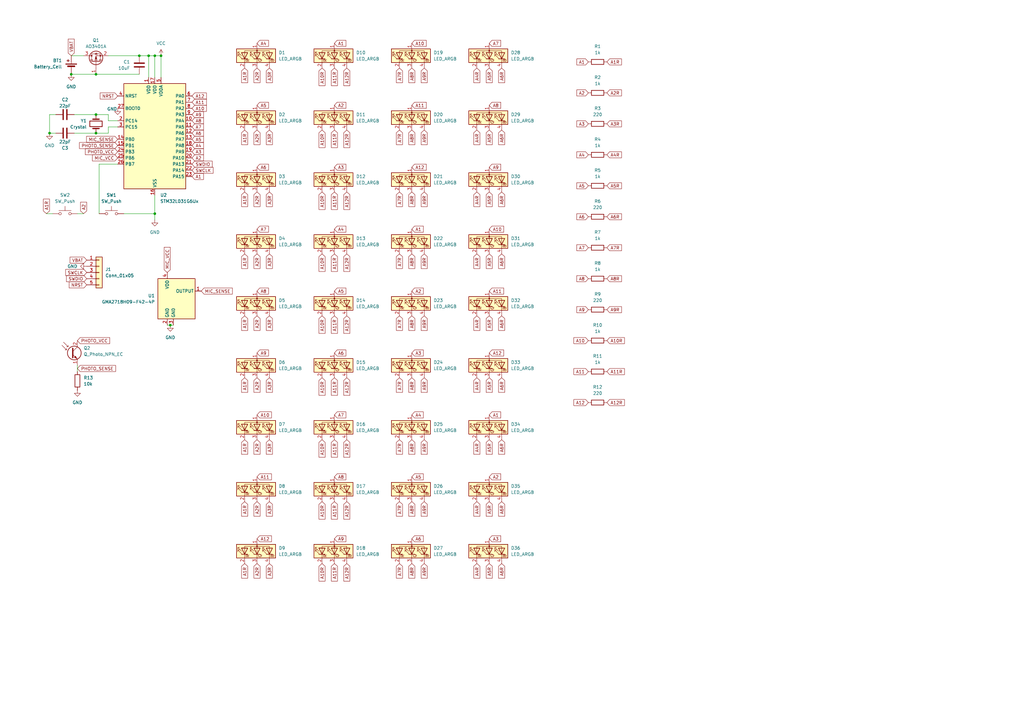
<source format=kicad_sch>
(kicad_sch (version 20250114) (generator "eeschema") (generator_version "9.0")
  (paper "A3")
  (junction (at 39.37 54.61))
  (junction (at 60.96 22.86))
  (junction (at 63.5 87.63))
  (junction (at 69.85 133.35))
  (junction (at 66.04 22.86))
  (junction (at 57.15 22.86))
  (junction (at 39.37 46.99))
  (junction (at 63.5 22.86))
  (junction (at 20.32 54.61))
  (junction (at 39.37 30.48))
  (junction (at 29.21 30.48))
  (wire (pts (xy 30.48 54.61) (xy 39.37 54.61)))
  (wire (pts (xy 44.45 22.86) (xy 57.15 22.86)))
  (wire (pts (xy 44.45 49.53) (xy 44.45 46.99)))
  (wire (pts (xy 66.04 31.75) (xy 66.04 22.86)))
  (wire (pts (xy 34.29 22.86) (xy 29.21 22.86)))
  (wire (pts (xy 48.26 49.53) (xy 44.45 49.53)))
  (wire (pts (xy 40.64 67.31) (xy 48.26 67.31)))
  (wire (pts (xy 63.5 87.63) (xy 63.5 90.17)))
  (wire (pts (xy 31.75 152.4) (xy 31.75 149.86)))
  (wire (pts (xy 44.45 52.07) (xy 44.45 54.61)))
  (wire (pts (xy 60.96 22.86) (xy 63.5 22.86)))
  (wire (pts (xy 44.45 46.99) (xy 39.37 46.99)))
  (wire (pts (xy 68.58 133.35) (xy 69.85 133.35)))
  (wire (pts (xy 34.29 87.63) (xy 31.75 87.63)))
  (wire (pts (xy 30.48 46.99) (xy 39.37 46.99)))
  (wire (pts (xy 63.5 31.75) (xy 63.5 22.86)))
  (wire (pts (xy 48.26 52.07) (xy 44.45 52.07)))
  (wire (pts (xy 50.8 87.63) (xy 63.5 87.63)))
  (wire (pts (xy 63.5 80.01) (xy 63.5 87.63)))
  (wire (pts (xy 44.45 54.61) (xy 39.37 54.61)))
  (wire (pts (xy 39.37 30.48) (xy 57.15 30.48)))
  (wire (pts (xy 40.64 67.31) (xy 40.64 87.63)))
  (wire (pts (xy 57.15 22.86) (xy 60.96 22.86)))
  (wire (pts (xy 60.96 22.86) (xy 60.96 31.75)))
  (wire (pts (xy 29.21 30.48) (xy 39.37 30.48)))
  (wire (pts (xy 69.85 133.35) (xy 71.12 133.35)))
  (wire (pts (xy 20.32 54.61) (xy 22.86 54.61)))
  (wire (pts (xy 20.32 46.99) (xy 20.32 54.61)))
  (wire (pts (xy 66.04 22.86) (xy 63.5 22.86)))
  (wire (pts (xy 22.86 46.99) (xy 20.32 46.99)))
  (wire (pts (xy 19.05 87.63) (xy 21.59 87.63)))
  (global_label "A6R" (shape input) (at 205.74 180.34 270) (property "Intersheetrefs" "${INTERSHEET_REFS}" (effects (hide yes))))
  (global_label "A12" (shape input) (at 241.3 165.1 180) (property "Intersheetrefs" "${INTERSHEET_REFS}" (effects (hide yes))))
  (global_label "A5R" (shape input) (at 200.66 27.94 270) (property "Intersheetrefs" "${INTERSHEET_REFS}" (effects (hide yes))))
  (global_label "A8R" (shape input) (at 168.91 104.14 270) (property "Intersheetrefs" "${INTERSHEET_REFS}" (effects (hide yes))))
  (global_label "A4R" (shape input) (at 195.58 180.34 270) (property "Intersheetrefs" "${INTERSHEET_REFS}" (effects (hide yes))))
  (global_label "A3R" (shape input) (at 110.49 154.94 270) (property "Intersheetrefs" "${INTERSHEET_REFS}" (effects (hide yes))))
  (global_label "A7" (shape input) (at 241.3 101.6 180) (property "Intersheetrefs" "${INTERSHEET_REFS}" (effects (hide yes))))
  (global_label "A2" (shape input) (at 34.29 87.63 90) (property "Intersheetrefs" "${INTERSHEET_REFS}" (effects (hide yes))))
  (global_label "A12R" (shape input) (at 142.24 104.14 270) (property "Intersheetrefs" "${INTERSHEET_REFS}" (effects (hide yes))))
  (global_label "A10" (shape input) (at 200.66 93.98 0) (property "Intersheetrefs" "${INTERSHEET_REFS}" (effects (hide yes))))
  (global_label "A2" (shape input) (at 137.16 43.18 0) (property "Intersheetrefs" "${INTERSHEET_REFS}" (effects (hide yes))))
  (global_label "A1R" (shape input) (at 100.33 180.34 270) (property "Intersheetrefs" "${INTERSHEET_REFS}" (effects (hide yes))))
  (global_label "A11R" (shape input) (at 137.16 231.14 270) (property "Intersheetrefs" "${INTERSHEET_REFS}" (effects (hide yes))))
  (global_label "A10" (shape input) (at 78.74 44.45 0) (property "Intersheetrefs" "${INTERSHEET_REFS}" (effects (hide yes))))
  (global_label "A2R" (shape input) (at 248.92 38.1 0) (property "Intersheetrefs" "${INTERSHEET_REFS}" (effects (hide yes))))
  (global_label "A8R" (shape input) (at 168.91 129.54 270) (property "Intersheetrefs" "${INTERSHEET_REFS}" (effects (hide yes))))
  (global_label "SWDIO" (shape input) (at 35.56 114.3 180) (property "Intersheetrefs" "${INTERSHEET_REFS}" (effects (hide yes))))
  (global_label "A7" (shape input) (at 200.66 17.78 0) (property "Intersheetrefs" "${INTERSHEET_REFS}" (effects (hide yes))))
  (global_label "A4" (shape input) (at 137.16 93.98 0) (property "Intersheetrefs" "${INTERSHEET_REFS}" (effects (hide yes))))
  (global_label "A2" (shape input) (at 241.3 38.1 180) (property "Intersheetrefs" "${INTERSHEET_REFS}" (effects (hide yes))))
  (global_label "A8R" (shape input) (at 168.91 205.74 270) (property "Intersheetrefs" "${INTERSHEET_REFS}" (effects (hide yes))))
  (global_label "A10" (shape input) (at 241.3 139.7 180) (property "Intersheetrefs" "${INTERSHEET_REFS}" (effects (hide yes))))
  (global_label "A11R" (shape input) (at 137.16 27.94 270) (property "Intersheetrefs" "${INTERSHEET_REFS}" (effects (hide yes))))
  (global_label "A12R" (shape input) (at 142.24 231.14 270) (property "Intersheetrefs" "${INTERSHEET_REFS}" (effects (hide yes))))
  (global_label "A9R" (shape input) (at 173.99 27.94 270) (property "Intersheetrefs" "${INTERSHEET_REFS}" (effects (hide yes))))
  (global_label "A11R" (shape input) (at 137.16 104.14 270) (property "Intersheetrefs" "${INTERSHEET_REFS}" (effects (hide yes))))
  (global_label "A10R" (shape input) (at 132.08 205.74 270) (property "Intersheetrefs" "${INTERSHEET_REFS}" (effects (hide yes))))
  (global_label "A10R" (shape input) (at 132.08 104.14 270) (property "Intersheetrefs" "${INTERSHEET_REFS}" (effects (hide yes))))
  (global_label "A7R" (shape input) (at 163.83 78.74 270) (property "Intersheetrefs" "${INTERSHEET_REFS}" (effects (hide yes))))
  (global_label "A7R" (shape input) (at 163.83 231.14 270) (property "Intersheetrefs" "${INTERSHEET_REFS}" (effects (hide yes))))
  (global_label "A1R" (shape input) (at 100.33 104.14 270) (property "Intersheetrefs" "${INTERSHEET_REFS}" (effects (hide yes))))
  (global_label "A5" (shape input) (at 168.91 195.58 0) (property "Intersheetrefs" "${INTERSHEET_REFS}" (effects (hide yes))))
  (global_label "A11R" (shape input) (at 137.16 53.34 270) (property "Intersheetrefs" "${INTERSHEET_REFS}" (effects (hide yes))))
  (global_label "A2R" (shape input) (at 105.41 53.34 270) (property "Intersheetrefs" "${INTERSHEET_REFS}" (effects (hide yes))))
  (global_label "A5R" (shape input) (at 200.66 78.74 270) (property "Intersheetrefs" "${INTERSHEET_REFS}" (effects (hide yes))))
  (global_label "A10R" (shape input) (at 132.08 27.94 270) (property "Intersheetrefs" "${INTERSHEET_REFS}" (effects (hide yes))))
  (global_label "A6R" (shape input) (at 205.74 231.14 270) (property "Intersheetrefs" "${INTERSHEET_REFS}" (effects (hide yes))))
  (global_label "A12R" (shape input) (at 248.92 165.1 0) (property "Intersheetrefs" "${INTERSHEET_REFS}" (effects (hide yes))))
  (global_label "A1" (shape input) (at 200.66 170.18 0) (property "Intersheetrefs" "${INTERSHEET_REFS}" (effects (hide yes))))
  (global_label "A6R" (shape input) (at 205.74 129.54 270) (property "Intersheetrefs" "${INTERSHEET_REFS}" (effects (hide yes))))
  (global_label "A9" (shape input) (at 105.41 144.78 0) (property "Intersheetrefs" "${INTERSHEET_REFS}" (effects (hide yes))))
  (global_label "A8R" (shape input) (at 168.91 78.74 270) (property "Intersheetrefs" "${INTERSHEET_REFS}" (effects (hide yes))))
  (global_label "PHOTO_SENSE" (shape input) (at 48.26 59.69 180) (property "Intersheetrefs" "${INTERSHEET_REFS}" (effects (hide yes))))
  (global_label "A9R" (shape input) (at 173.99 205.74 270) (property "Intersheetrefs" "${INTERSHEET_REFS}" (effects (hide yes))))
  (global_label "A6R" (shape input) (at 205.74 205.74 270) (property "Intersheetrefs" "${INTERSHEET_REFS}" (effects (hide yes))))
  (global_label "A12" (shape input) (at 105.41 220.98 0) (property "Intersheetrefs" "${INTERSHEET_REFS}" (effects (hide yes))))
  (global_label "A3R" (shape input) (at 110.49 78.74 270) (property "Intersheetrefs" "${INTERSHEET_REFS}" (effects (hide yes))))
  (global_label "A1R" (shape input) (at 100.33 154.94 270) (property "Intersheetrefs" "${INTERSHEET_REFS}" (effects (hide yes))))
  (global_label "A4R" (shape input) (at 195.58 154.94 270) (property "Intersheetrefs" "${INTERSHEET_REFS}" (effects (hide yes))))
  (global_label "A9R" (shape input) (at 173.99 154.94 270) (property "Intersheetrefs" "${INTERSHEET_REFS}" (effects (hide yes))))
  (global_label "A8" (shape input) (at 105.41 119.38 0) (property "Intersheetrefs" "${INTERSHEET_REFS}" (effects (hide yes))))
  (global_label "A2R" (shape input) (at 105.41 129.54 270) (property "Intersheetrefs" "${INTERSHEET_REFS}" (effects (hide yes))))
  (global_label "A12R" (shape input) (at 142.24 78.74 270) (property "Intersheetrefs" "${INTERSHEET_REFS}" (effects (hide yes))))
  (global_label "A3R" (shape input) (at 110.49 180.34 270) (property "Intersheetrefs" "${INTERSHEET_REFS}" (effects (hide yes))))
  (global_label "A4R" (shape input) (at 195.58 27.94 270) (property "Intersheetrefs" "${INTERSHEET_REFS}" (effects (hide yes))))
  (global_label "MIC_SENSE" (shape input) (at 48.26 57.15 180) (property "Intersheetrefs" "${INTERSHEET_REFS}" (effects (hide yes))))
  (global_label "A4" (shape input) (at 168.91 170.18 0) (property "Intersheetrefs" "${INTERSHEET_REFS}" (effects (hide yes))))
  (global_label "SWDIO" (shape input) (at 78.74 67.31 0) (property "Intersheetrefs" "${INTERSHEET_REFS}" (effects (hide yes))))
  (global_label "A1" (shape input) (at 168.91 93.98 0) (property "Intersheetrefs" "${INTERSHEET_REFS}" (effects (hide yes))))
  (global_label "A2R" (shape input) (at 105.41 180.34 270) (property "Intersheetrefs" "${INTERSHEET_REFS}" (effects (hide yes))))
  (global_label "A1R" (shape input) (at 100.33 129.54 270) (property "Intersheetrefs" "${INTERSHEET_REFS}" (effects (hide yes))))
  (global_label "A7R" (shape input) (at 163.83 53.34 270) (property "Intersheetrefs" "${INTERSHEET_REFS}" (effects (hide yes))))
  (global_label "A8R" (shape input) (at 168.91 53.34 270) (property "Intersheetrefs" "${INTERSHEET_REFS}" (effects (hide yes))))
  (global_label "A1" (shape input) (at 137.16 17.78 0) (property "Intersheetrefs" "${INTERSHEET_REFS}" (effects (hide yes))))
  (global_label "A1" (shape input) (at 241.3 25.4 180) (property "Intersheetrefs" "${INTERSHEET_REFS}" (effects (hide yes))))
  (global_label "A5R" (shape input) (at 200.66 129.54 270) (property "Intersheetrefs" "${INTERSHEET_REFS}" (effects (hide yes))))
  (global_label "A3R" (shape input) (at 248.92 50.8 0) (property "Intersheetrefs" "${INTERSHEET_REFS}" (effects (hide yes))))
  (global_label "A8" (shape input) (at 137.16 195.58 0) (property "Intersheetrefs" "${INTERSHEET_REFS}" (effects (hide yes))))
  (global_label "A5R" (shape input) (at 200.66 205.74 270) (property "Intersheetrefs" "${INTERSHEET_REFS}" (effects (hide yes))))
  (global_label "NRST" (shape input) (at 48.26 39.37 180) (property "Intersheetrefs" "${INTERSHEET_REFS}" (effects (hide yes))))
  (global_label "A11" (shape input) (at 200.66 119.38 0) (property "Intersheetrefs" "${INTERSHEET_REFS}" (effects (hide yes))))
  (global_label "A9R" (shape input) (at 173.99 231.14 270) (property "Intersheetrefs" "${INTERSHEET_REFS}" (effects (hide yes))))
  (global_label "A4R" (shape input) (at 195.58 129.54 270) (property "Intersheetrefs" "${INTERSHEET_REFS}" (effects (hide yes))))
  (global_label "A3R" (shape input) (at 110.49 53.34 270) (property "Intersheetrefs" "${INTERSHEET_REFS}" (effects (hide yes))))
  (global_label "A11" (shape input) (at 105.41 195.58 0) (property "Intersheetrefs" "${INTERSHEET_REFS}" (effects (hide yes))))
  (global_label "PHOTO_VCC" (shape input) (at 48.26 62.23 180) (property "Intersheetrefs" "${INTERSHEET_REFS}" (effects (hide yes))))
  (global_label "A3R" (shape input) (at 110.49 129.54 270) (property "Intersheetrefs" "${INTERSHEET_REFS}" (effects (hide yes))))
  (global_label "A1R" (shape input) (at 100.33 78.74 270) (property "Intersheetrefs" "${INTERSHEET_REFS}" (effects (hide yes))))
  (global_label "A3" (shape input) (at 137.16 68.58 0) (property "Intersheetrefs" "${INTERSHEET_REFS}" (effects (hide yes))))
  (global_label "A7" (shape input) (at 105.41 93.98 0) (property "Intersheetrefs" "${INTERSHEET_REFS}" (effects (hide yes))))
  (global_label "A1R" (shape input) (at 248.92 25.4 0) (property "Intersheetrefs" "${INTERSHEET_REFS}" (effects (hide yes))))
  (global_label "A5R" (shape input) (at 200.66 53.34 270) (property "Intersheetrefs" "${INTERSHEET_REFS}" (effects (hide yes))))
  (global_label "A3R" (shape input) (at 110.49 27.94 270) (property "Intersheetrefs" "${INTERSHEET_REFS}" (effects (hide yes))))
  (global_label "A7R" (shape input) (at 163.83 129.54 270) (property "Intersheetrefs" "${INTERSHEET_REFS}" (effects (hide yes))))
  (global_label "A4" (shape input) (at 78.74 59.69 0) (property "Intersheetrefs" "${INTERSHEET_REFS}" (effects (hide yes))))
  (global_label "A8R" (shape input) (at 248.92 114.3 0) (property "Intersheetrefs" "${INTERSHEET_REFS}" (effects (hide yes))))
  (global_label "A6R" (shape input) (at 205.74 53.34 270) (property "Intersheetrefs" "${INTERSHEET_REFS}" (effects (hide yes))))
  (global_label "A4R" (shape input) (at 195.58 205.74 270) (property "Intersheetrefs" "${INTERSHEET_REFS}" (effects (hide yes))))
  (global_label "A2" (shape input) (at 78.74 64.77 0) (property "Intersheetrefs" "${INTERSHEET_REFS}" (effects (hide yes))))
  (global_label "A9R" (shape input) (at 173.99 180.34 270) (property "Intersheetrefs" "${INTERSHEET_REFS}" (effects (hide yes))))
  (global_label "A10R" (shape input) (at 132.08 129.54 270) (property "Intersheetrefs" "${INTERSHEET_REFS}" (effects (hide yes))))
  (global_label "A2R" (shape input) (at 105.41 231.14 270) (property "Intersheetrefs" "${INTERSHEET_REFS}" (effects (hide yes))))
  (global_label "A2R" (shape input) (at 105.41 154.94 270) (property "Intersheetrefs" "${INTERSHEET_REFS}" (effects (hide yes))))
  (global_label "A4" (shape input) (at 105.41 17.78 0) (property "Intersheetrefs" "${INTERSHEET_REFS}" (effects (hide yes))))
  (global_label "A11" (shape input) (at 241.3 152.4 180) (property "Intersheetrefs" "${INTERSHEET_REFS}" (effects (hide yes))))
  (global_label "A5" (shape input) (at 78.74 57.15 0) (property "Intersheetrefs" "${INTERSHEET_REFS}" (effects (hide yes))))
  (global_label "A10R" (shape input) (at 132.08 53.34 270) (property "Intersheetrefs" "${INTERSHEET_REFS}" (effects (hide yes))))
  (global_label "A9" (shape input) (at 241.3 127 180) (property "Intersheetrefs" "${INTERSHEET_REFS}" (effects (hide yes))))
  (global_label "A4R" (shape input) (at 195.58 78.74 270) (property "Intersheetrefs" "${INTERSHEET_REFS}" (effects (hide yes))))
  (global_label "A12R" (shape input) (at 142.24 205.74 270) (property "Intersheetrefs" "${INTERSHEET_REFS}" (effects (hide yes))))
  (global_label "A5" (shape input) (at 241.3 76.2 180) (property "Intersheetrefs" "${INTERSHEET_REFS}" (effects (hide yes))))
  (global_label "A10R" (shape input) (at 132.08 78.74 270) (property "Intersheetrefs" "${INTERSHEET_REFS}" (effects (hide yes))))
  (global_label "A11" (shape input) (at 168.91 43.18 0) (property "Intersheetrefs" "${INTERSHEET_REFS}" (effects (hide yes))))
  (global_label "A3" (shape input) (at 78.74 62.23 0) (property "Intersheetrefs" "${INTERSHEET_REFS}" (effects (hide yes))))
  (global_label "A6" (shape input) (at 105.41 68.58 0) (property "Intersheetrefs" "${INTERSHEET_REFS}" (effects (hide yes))))
  (global_label "A1R" (shape input) (at 100.33 205.74 270) (property "Intersheetrefs" "${INTERSHEET_REFS}" (effects (hide yes))))
  (global_label "A9R" (shape input) (at 173.99 53.34 270) (property "Intersheetrefs" "${INTERSHEET_REFS}" (effects (hide yes))))
  (global_label "A6" (shape input) (at 168.91 220.98 0) (property "Intersheetrefs" "${INTERSHEET_REFS}" (effects (hide yes))))
  (global_label "A6R" (shape input) (at 248.92 88.9 0) (property "Intersheetrefs" "${INTERSHEET_REFS}" (effects (hide yes))))
  (global_label "A12" (shape input) (at 168.91 68.58 0) (property "Intersheetrefs" "${INTERSHEET_REFS}" (effects (hide yes))))
  (global_label "MIC_SENSE" (shape input) (at 82.55 119.38 0) (property "Intersheetrefs" "${INTERSHEET_REFS}" (effects (hide yes))))
  (global_label "A5" (shape input) (at 137.16 119.38 0) (property "Intersheetrefs" "${INTERSHEET_REFS}" (effects (hide yes))))
  (global_label "A11R" (shape input) (at 137.16 205.74 270) (property "Intersheetrefs" "${INTERSHEET_REFS}" (effects (hide yes))))
  (global_label "A9" (shape input) (at 200.66 68.58 0) (property "Intersheetrefs" "${INTERSHEET_REFS}" (effects (hide yes))))
  (global_label "A4R" (shape input) (at 248.92 63.5 0) (property "Intersheetrefs" "${INTERSHEET_REFS}" (effects (hide yes))))
  (global_label "A12R" (shape input) (at 142.24 129.54 270) (property "Intersheetrefs" "${INTERSHEET_REFS}" (effects (hide yes))))
  (global_label "NRST" (shape input) (at 35.56 116.84 180) (property "Intersheetrefs" "${INTERSHEET_REFS}" (effects (hide yes))))
  (global_label "A12R" (shape input) (at 142.24 180.34 270) (property "Intersheetrefs" "${INTERSHEET_REFS}" (effects (hide yes))))
  (global_label "A11R" (shape input) (at 137.16 154.94 270) (property "Intersheetrefs" "${INTERSHEET_REFS}" (effects (hide yes))))
  (global_label "PHOTO_SENSE" (shape input) (at 31.75 151.13 0) (property "Intersheetrefs" "${INTERSHEET_REFS}" (effects (hide yes))))
  (global_label "A2" (shape input) (at 168.91 119.38 0) (property "Intersheetrefs" "${INTERSHEET_REFS}" (effects (hide yes))))
  (global_label "SWCLK" (shape input) (at 35.56 111.76 180) (property "Intersheetrefs" "${INTERSHEET_REFS}" (effects (hide yes))))
  (global_label "A10R" (shape input) (at 132.08 154.94 270) (property "Intersheetrefs" "${INTERSHEET_REFS}" (effects (hide yes))))
  (global_label "A7R" (shape input) (at 163.83 154.94 270) (property "Intersheetrefs" "${INTERSHEET_REFS}" (effects (hide yes))))
  (global_label "A9R" (shape input) (at 173.99 129.54 270) (property "Intersheetrefs" "${INTERSHEET_REFS}" (effects (hide yes))))
  (global_label "A9R" (shape input) (at 248.92 127 0) (property "Intersheetrefs" "${INTERSHEET_REFS}" (effects (hide yes))))
  (global_label "A11" (shape input) (at 78.74 41.91 0) (property "Intersheetrefs" "${INTERSHEET_REFS}" (effects (hide yes))))
  (global_label "A12" (shape input) (at 78.74 39.37 0) (property "Intersheetrefs" "${INTERSHEET_REFS}" (effects (hide yes))))
  (global_label "A10R" (shape input) (at 132.08 180.34 270) (property "Intersheetrefs" "${INTERSHEET_REFS}" (effects (hide yes))))
  (global_label "A8" (shape input) (at 241.3 114.3 180) (property "Intersheetrefs" "${INTERSHEET_REFS}" (effects (hide yes))))
  (global_label "A7" (shape input) (at 137.16 170.18 0) (property "Intersheetrefs" "${INTERSHEET_REFS}" (effects (hide yes))))
  (global_label "A5R" (shape input) (at 200.66 180.34 270) (property "Intersheetrefs" "${INTERSHEET_REFS}" (effects (hide yes))))
  (global_label "A3R" (shape input) (at 110.49 205.74 270) (property "Intersheetrefs" "${INTERSHEET_REFS}" (effects (hide yes))))
  (global_label "A9" (shape input) (at 137.16 220.98 0) (property "Intersheetrefs" "${INTERSHEET_REFS}" (effects (hide yes))))
  (global_label "A5R" (shape input) (at 200.66 104.14 270) (property "Intersheetrefs" "${INTERSHEET_REFS}" (effects (hide yes))))
  (global_label "A6R" (shape input) (at 205.74 154.94 270) (property "Intersheetrefs" "${INTERSHEET_REFS}" (effects (hide yes))))
  (global_label "A2" (shape input) (at 200.66 195.58 0) (property "Intersheetrefs" "${INTERSHEET_REFS}" (effects (hide yes))))
  (global_label "A11R" (shape input) (at 248.92 152.4 0) (property "Intersheetrefs" "${INTERSHEET_REFS}" (effects (hide yes))))
  (global_label "SWCLK" (shape input) (at 78.74 69.85 0) (property "Intersheetrefs" "${INTERSHEET_REFS}" (effects (hide yes))))
  (global_label "A4R" (shape input) (at 195.58 53.34 270) (property "Intersheetrefs" "${INTERSHEET_REFS}" (effects (hide yes))))
  (global_label "MIC_VCC" (shape input) (at 48.26 64.77 180) (property "Intersheetrefs" "${INTERSHEET_REFS}" (effects (hide yes))))
  (global_label "A7R" (shape input) (at 248.92 101.6 0) (property "Intersheetrefs" "${INTERSHEET_REFS}" (effects (hide yes))))
  (global_label "A9R" (shape input) (at 173.99 104.14 270) (property "Intersheetrefs" "${INTERSHEET_REFS}" (effects (hide yes))))
  (global_label "A2R" (shape input) (at 105.41 205.74 270) (property "Intersheetrefs" "${INTERSHEET_REFS}" (effects (hide yes))))
  (global_label "A8" (shape input) (at 78.74 49.53 0) (property "Intersheetrefs" "${INTERSHEET_REFS}" (effects (hide yes))))
  (global_label "A4" (shape input) (at 241.3 63.5 180) (property "Intersheetrefs" "${INTERSHEET_REFS}" (effects (hide yes))))
  (global_label "A4R" (shape input) (at 195.58 231.14 270) (property "Intersheetrefs" "${INTERSHEET_REFS}" (effects (hide yes))))
  (global_label "A8R" (shape input) (at 168.91 180.34 270) (property "Intersheetrefs" "${INTERSHEET_REFS}" (effects (hide yes))))
  (global_label "VBAT" (shape input) (at 29.21 22.86 90) (property "Intersheetrefs" "${INTERSHEET_REFS}" (effects (hide yes))))
  (global_label "A2R" (shape input) (at 105.41 78.74 270) (property "Intersheetrefs" "${INTERSHEET_REFS}" (effects (hide yes))))
  (global_label "A12R" (shape input) (at 142.24 53.34 270) (property "Intersheetrefs" "${INTERSHEET_REFS}" (effects (hide yes))))
  (global_label "A1R" (shape input) (at 100.33 231.14 270) (property "Intersheetrefs" "${INTERSHEET_REFS}" (effects (hide yes))))
  (global_label "A2R" (shape input) (at 105.41 104.14 270) (property "Intersheetrefs" "${INTERSHEET_REFS}" (effects (hide yes))))
  (global_label "A3" (shape input) (at 200.66 220.98 0) (property "Intersheetrefs" "${INTERSHEET_REFS}" (effects (hide yes))))
  (global_label "A6R" (shape input) (at 205.74 104.14 270) (property "Intersheetrefs" "${INTERSHEET_REFS}" (effects (hide yes))))
  (global_label "A10R" (shape input) (at 248.92 139.7 0) (property "Intersheetrefs" "${INTERSHEET_REFS}" (effects (hide yes))))
  (global_label "A3R" (shape input) (at 110.49 231.14 270) (property "Intersheetrefs" "${INTERSHEET_REFS}" (effects (hide yes))))
  (global_label "A2R" (shape input) (at 105.41 27.94 270) (property "Intersheetrefs" "${INTERSHEET_REFS}" (effects (hide yes))))
  (global_label "A12R" (shape input) (at 142.24 154.94 270) (property "Intersheetrefs" "${INTERSHEET_REFS}" (effects (hide yes))))
  (global_label "A6R" (shape input) (at 205.74 27.94 270) (property "Intersheetrefs" "${INTERSHEET_REFS}" (effects (hide yes))))
  (global_label "A8" (shape input) (at 200.66 43.18 0) (property "Intersheetrefs" "${INTERSHEET_REFS}" (effects (hide yes))))
  (global_label "A7" (shape input) (at 78.74 52.07 0) (property "Intersheetrefs" "${INTERSHEET_REFS}" (effects (hide yes))))
  (global_label "A8R" (shape input) (at 168.91 231.14 270) (property "Intersheetrefs" "${INTERSHEET_REFS}" (effects (hide yes))))
  (global_label "A1R" (shape input) (at 19.05 87.63 90) (property "Intersheetrefs" "${INTERSHEET_REFS}" (effects (hide yes))))
  (global_label "A12R" (shape input) (at 142.24 27.94 270) (property "Intersheetrefs" "${INTERSHEET_REFS}" (effects (hide yes))))
  (global_label "A11R" (shape input) (at 137.16 129.54 270) (property "Intersheetrefs" "${INTERSHEET_REFS}" (effects (hide yes))))
  (global_label "A8R" (shape input) (at 168.91 27.94 270) (property "Intersheetrefs" "${INTERSHEET_REFS}" (effects (hide yes))))
  (global_label "MIC_VCC" (shape input) (at 68.58 111.76 90) (property "Intersheetrefs" "${INTERSHEET_REFS}" (effects (hide yes))))
  (global_label "A9" (shape input) (at 78.74 46.99 0) (property "Intersheetrefs" "${INTERSHEET_REFS}" (effects (hide yes))))
  (global_label "A6" (shape input) (at 78.74 54.61 0) (property "Intersheetrefs" "${INTERSHEET_REFS}" (effects (hide yes))))
  (global_label "A5R" (shape input) (at 248.92 76.2 0) (property "Intersheetrefs" "${INTERSHEET_REFS}" (effects (hide yes))))
  (global_label "A7R" (shape input) (at 163.83 104.14 270) (property "Intersheetrefs" "${INTERSHEET_REFS}" (effects (hide yes))))
  (global_label "A1R" (shape input) (at 100.33 53.34 270) (property "Intersheetrefs" "${INTERSHEET_REFS}" (effects (hide yes))))
  (global_label "A3" (shape input) (at 168.91 144.78 0) (property "Intersheetrefs" "${INTERSHEET_REFS}" (effects (hide yes))))
  (global_label "A8R" (shape input) (at 168.91 154.94 270) (property "Intersheetrefs" "${INTERSHEET_REFS}" (effects (hide yes))))
  (global_label "A10" (shape input) (at 105.41 170.18 0) (property "Intersheetrefs" "${INTERSHEET_REFS}" (effects (hide yes))))
  (global_label "VBAT" (shape input) (at 35.56 106.68 180) (property "Intersheetrefs" "${INTERSHEET_REFS}" (effects (hide yes))))
  (global_label "A1" (shape input) (at 78.74 72.39 0) (property "Intersheetrefs" "${INTERSHEET_REFS}" (effects (hide yes))))
  (global_label "A5R" (shape input) (at 200.66 154.94 270) (property "Intersheetrefs" "${INTERSHEET_REFS}" (effects (hide yes))))
  (global_label "A7R" (shape input) (at 163.83 180.34 270) (property "Intersheetrefs" "${INTERSHEET_REFS}" (effects (hide yes))))
  (global_label "PHOTO_VCC" (shape input) (at 31.75 139.7 0) (property "Intersheetrefs" "${INTERSHEET_REFS}" (effects (hide yes))))
  (global_label "A9R" (shape input) (at 173.99 78.74 270) (property "Intersheetrefs" "${INTERSHEET_REFS}" (effects (hide yes))))
  (global_label "A3R" (shape input) (at 110.49 104.14 270) (property "Intersheetrefs" "${INTERSHEET_REFS}" (effects (hide yes))))
  (global_label "A6" (shape input) (at 241.3 88.9 180) (property "Intersheetrefs" "${INTERSHEET_REFS}" (effects (hide yes))))
  (global_label "A11R" (shape input) (at 137.16 180.34 270) (property "Intersheetrefs" "${INTERSHEET_REFS}" (effects (hide yes))))
  (global_label "A1R" (shape input) (at 100.33 27.94 270) (property "Intersheetrefs" "${INTERSHEET_REFS}" (effects (hide yes))))
  (global_label "A11R" (shape input) (at 137.16 78.74 270) (property "Intersheetrefs" "${INTERSHEET_REFS}" (effects (hide yes))))
  (global_label "A12" (shape input) (at 200.66 144.78 0) (property "Intersheetrefs" "${INTERSHEET_REFS}" (effects (hide yes))))
  (global_label "A5" (shape input) (at 105.41 43.18 0) (property "Intersheetrefs" "${INTERSHEET_REFS}" (effects (hide yes))))
  (global_label "A3" (shape input) (at 241.3 50.8 180) (property "Intersheetrefs" "${INTERSHEET_REFS}" (effects (hide yes))))
  (global_label "A10R" (shape input) (at 132.08 231.14 270) (property "Intersheetrefs" "${INTERSHEET_REFS}" (effects (hide yes))))
  (global_label "A7R" (shape input) (at 163.83 27.94 270) (property "Intersheetrefs" "${INTERSHEET_REFS}" (effects (hide yes))))
  (global_label "A7R" (shape input) (at 163.83 205.74 270) (property "Intersheetrefs" "${INTERSHEET_REFS}" (effects (hide yes))))
  (global_label "A6" (shape input) (at 137.16 144.78 0) (property "Intersheetrefs" "${INTERSHEET_REFS}" (effects (hide yes))))
  (global_label "A10" (shape input) (at 168.91 17.78 0) (property "Intersheetrefs" "${INTERSHEET_REFS}" (effects (hide yes))))
  (global_label "A5R" (shape input) (at 200.66 231.14 270) (property "Intersheetrefs" "${INTERSHEET_REFS}" (effects (hide yes))))
  (global_label "A6R" (shape input) (at 205.74 78.74 270) (property "Intersheetrefs" "${INTERSHEET_REFS}" (effects (hide yes))))
  (global_label "A4R" (shape input) (at 195.58 104.14 270) (property "Intersheetrefs" "${INTERSHEET_REFS}" (effects (hide yes))))
  (symbol (lib_id "Device:LED_ARGB") (at 137.16 99.06 90) (unit 1)
    (property "Reference" "D13" (at 146.05 97.7899 90) (effects (justify right)))
    (property "Value" "LED_ARGB" (at 146.05 100.3299 90) (effects (justify right)))
    (property "Footprint" "Custom:NH-Z1415RGBA-SG" (effects (hide yes)))
    (property "Description" "RGB LED, anode/red/green/blue" (effects (hide yes)))
    (property "LCSC" "C2874117" (effects (hide yes)))
  )
  (symbol (lib_id "Device:LED_ARGB") (at 200.66 73.66 90) (unit 1)
    (property "Reference" "D30" (at 209.55 72.3899 90) (effects (justify right)))
    (property "Value" "LED_ARGB" (at 209.55 74.9299 90) (effects (justify right)))
    (property "Footprint" "Custom:NH-Z1415RGBA-SG" (effects (hide yes)))
    (property "Description" "RGB LED, anode/red/green/blue" (effects (hide yes)))
    (property "LCSC" "C2874117" (effects (hide yes)))
  )
  (symbol (lib_id "Device:LED_ARGB") (at 168.91 149.86 90) (unit 1)
    (property "Reference" "D24" (at 177.8 148.5899 90) (effects (justify right)))
    (property "Value" "LED_ARGB" (at 177.8 151.1299 90) (effects (justify right)))
    (property "Footprint" "Custom:NH-Z1415RGBA-SG" (effects (hide yes)))
    (property "Description" "RGB LED, anode/red/green/blue" (effects (hide yes)))
    (property "LCSC" "C2874117" (effects (hide yes)))
  )
  (symbol (lib_id "Device:LED_ARGB") (at 200.66 99.06 90) (unit 1)
    (property "Reference" "D31" (at 209.55 97.7899 90) (effects (justify right)))
    (property "Value" "LED_ARGB" (at 209.55 100.3299 90) (effects (justify right)))
    (property "Footprint" "Custom:NH-Z1415RGBA-SG" (effects (hide yes)))
    (property "Description" "RGB LED, anode/red/green/blue" (effects (hide yes)))
    (property "LCSC" "C2874117" (effects (hide yes)))
  )
  (symbol (lib_id "Device:LED_ARGB") (at 137.16 226.06 90) (unit 1)
    (property "Reference" "D18" (at 146.05 224.7899 90) (effects (justify right)))
    (property "Value" "LED_ARGB" (at 146.05 227.3299 90) (effects (justify right)))
    (property "Footprint" "Custom:NH-Z1415RGBA-SG" (effects (hide yes)))
    (property "Description" "RGB LED, anode/red/green/blue" (effects (hide yes)))
    (property "LCSC" "C2874117" (effects (hide yes)))
  )
  (symbol (lib_id "Device:LED_ARGB") (at 105.41 149.86 90) (unit 1)
    (property "Reference" "D6" (at 114.3 148.5899 90) (effects (justify right)))
    (property "Value" "LED_ARGB" (at 114.3 151.1299 90) (effects (justify right)))
    (property "Footprint" "Custom:NH-Z1415RGBA-SG" (effects (hide yes)))
    (property "Description" "RGB LED, anode/red/green/blue" (effects (hide yes)))
    (property "LCSC" "C2874117" (effects (hide yes)))
  )
  (symbol (lib_id "Device:LED_ARGB") (at 200.66 175.26 90) (unit 1)
    (property "Reference" "D34" (at 209.55 173.9899 90) (effects (justify right)))
    (property "Value" "LED_ARGB" (at 209.55 176.5299 90) (effects (justify right)))
    (property "Footprint" "Custom:NH-Z1415RGBA-SG" (effects (hide yes)))
    (property "Description" "RGB LED, anode/red/green/blue" (effects (hide yes)))
    (property "LCSC" "C2874117" (effects (hide yes)))
  )
  (symbol (lib_id "Device:R") (at 245.11 165.1 90) (unit 1)
    (property "Reference" "R12" (at 245.11 158.75 90))
    (property "Value" "220" (at 245.11 161.29 90))
    (property "Footprint" "Resistor_SMD:R_0402_1005Metric" (effects (hide yes)))
    (property "Description" "Resistor" (effects (hide yes)))
    (property "LCSC" "C25091" (effects (hide yes)))
  )
  (symbol (lib_id "power:GND") (at 20.32 54.61 0) (unit 1)
    (property "Reference" "#PWR02" (effects (hide yes)))
    (property "Value" "GND" (at 20.32 59.69 0))
    (property "Description" "Power symbol creates a global label with name \"GND\" , ground" (effects (hide yes)))
  )
  (symbol (lib_id "Device:LED_ARGB") (at 168.91 22.86 90) (unit 1)
    (property "Reference" "D19" (at 177.8 21.5899 90) (effects (justify right)))
    (property "Value" "LED_ARGB" (at 177.8 24.1299 90) (effects (justify right)))
    (property "Footprint" "Custom:NH-Z1415RGBA-SG" (effects (hide yes)))
    (property "Description" "RGB LED, anode/red/green/blue" (effects (hide yes)))
    (property "LCSC" "C2874117" (effects (hide yes)))
  )
  (symbol (lib_id "Device:C") (at 26.67 46.99 90) (unit 1)
    (property "Reference" "C2" (at 26.67 40.894 90))
    (property "Value" "22pF" (at 26.67 43.434 90))
    (property "Footprint" "Capacitor_SMD:C_0402_1005Metric" (effects (hide yes)))
    (property "Description" "Unpolarized capacitor" (effects (hide yes)))
    (property "LCSC" "C1555" (effects (hide yes)))
  )
  (symbol (lib_id "Device:R") (at 245.11 38.1 90) (unit 1)
    (property "Reference" "R2" (at 245.11 31.75 90))
    (property "Value" "1k" (at 245.11 34.29 90))
    (property "Footprint" "Resistor_SMD:R_0402_1005Metric" (effects (hide yes)))
    (property "Description" "Resistor" (effects (hide yes)))
    (property "LCSC" "C11702" (effects (hide yes)))
  )
  (symbol (lib_id "Device:R") (at 245.11 76.2 90) (unit 1)
    (property "Reference" "R5" (at 245.11 69.85 90))
    (property "Value" "1k" (at 245.11 72.39 90))
    (property "Footprint" "Resistor_SMD:R_0402_1005Metric" (effects (hide yes)))
    (property "Description" "Resistor" (effects (hide yes)))
    (property "LCSC" "C11702" (effects (hide yes)))
  )
  (symbol (lib_id "Switch:SW_Push") (at 26.67 87.63 0) (unit 1)
    (property "Reference" "SW2" (at 26.67 80.01 0))
    (property "Value" "SW_Push" (at 26.67 82.55 0))
    (property "Footprint" "Custom:KXT311LHS" (effects (hide yes)))
    (property "Description" "Push button switch, generic, two pins" (effects (hide yes)))
  )
  (symbol (lib_id "Device:R") (at 245.11 50.8 90) (unit 1)
    (property "Reference" "R3" (at 245.11 44.45 90))
    (property "Value" "220" (at 245.11 46.99 90))
    (property "Footprint" "Resistor_SMD:R_0402_1005Metric" (effects (hide yes)))
    (property "Description" "Resistor" (effects (hide yes)))
    (property "LCSC" "C25091" (effects (hide yes)))
  )
  (symbol (lib_id "Device:R") (at 245.11 152.4 90) (unit 1)
    (property "Reference" "R11" (at 245.11 146.05 90))
    (property "Value" "1k" (at 245.11 148.59 90))
    (property "Footprint" "Resistor_SMD:R_0402_1005Metric" (effects (hide yes)))
    (property "Description" "Resistor" (effects (hide yes)))
    (property "LCSC" "C11702" (effects (hide yes)))
  )
  (symbol (lib_id "Device:R") (at 245.11 88.9 90) (unit 1)
    (property "Reference" "R6" (at 245.11 82.55 90))
    (property "Value" "220" (at 245.11 85.09 90))
    (property "Footprint" "Resistor_SMD:R_0402_1005Metric" (effects (hide yes)))
    (property "Description" "Resistor" (effects (hide yes)))
    (property "LCSC" "C25091" (effects (hide yes)))
  )
  (symbol (lib_id "Transistor_FET:AO3401A") (at 39.37 25.4 90) (unit 1)
    (property "Reference" "Q1" (at 39.37 16.51 90))
    (property "Value" "AO3401A" (at 39.37 19.05 90))
    (property "Footprint" "Package_TO_SOT_SMD:SOT-23" (effects (hide yes)))
    (property "Datasheet" "http://www.aosmd.com/pdfs/datasheet/AO3401A.pdf" (effects (hide yes)))
    (property "Description" "-4.0A Id, -30V Vds, P-Channel MOSFET, SOT-23" (effects (hide yes)))
    (property "LCSC" "C15127" (effects (hide yes)))
  )
  (symbol (lib_id "Device:LED_ARGB") (at 105.41 73.66 90) (unit 1)
    (property "Reference" "D3" (at 114.3 72.3899 90) (effects (justify right)))
    (property "Value" "LED_ARGB" (at 114.3 74.9299 90) (effects (justify right)))
    (property "Footprint" "Custom:NH-Z1415RGBA-SG" (effects (hide yes)))
    (property "Description" "RGB LED, anode/red/green/blue" (effects (hide yes)))
    (property "LCSC" "C2874117" (effects (hide yes)))
  )
  (symbol (lib_id "Device:C") (at 26.67 54.61 90) (mirror x) (unit 1)
    (property "Reference" "C3" (at 26.67 60.706 90))
    (property "Value" "22pF" (at 26.67 58.166 90))
    (property "Footprint" "Capacitor_SMD:C_0402_1005Metric" (effects (hide yes)))
    (property "Description" "Unpolarized capacitor" (effects (hide yes)))
    (property "LCSC" "C1555" (effects (hide yes)))
  )
  (symbol (lib_id "power:GND") (at 29.21 30.48 0) (unit 1)
    (property "Reference" "#PWR09" (effects (hide yes)))
    (property "Value" "GND" (at 29.21 35.56 0))
    (property "Description" "Power symbol creates a global label with name \"GND\" , ground" (effects (hide yes)))
  )
  (symbol (lib_id "Device:LED_ARGB") (at 168.91 124.46 90) (unit 1)
    (property "Reference" "D23" (at 177.8 123.1899 90) (effects (justify right)))
    (property "Value" "LED_ARGB" (at 177.8 125.7299 90) (effects (justify right)))
    (property "Footprint" "Custom:NH-Z1415RGBA-SG" (effects (hide yes)))
    (property "Description" "RGB LED, anode/red/green/blue" (effects (hide yes)))
    (property "LCSC" "C2874117" (effects (hide yes)))
  )
  (symbol (lib_id "Device:LED_ARGB") (at 137.16 175.26 90) (unit 1)
    (property "Reference" "D16" (at 146.05 173.9899 90) (effects (justify right)))
    (property "Value" "LED_ARGB" (at 146.05 176.5299 90) (effects (justify right)))
    (property "Footprint" "Custom:NH-Z1415RGBA-SG" (effects (hide yes)))
    (property "Description" "RGB LED, anode/red/green/blue" (effects (hide yes)))
    (property "LCSC" "C2874117" (effects (hide yes)))
  )
  (symbol (lib_id "power:GND") (at 63.5 90.17 0) (unit 1)
    (property "Reference" "#PWR05" (effects (hide yes)))
    (property "Value" "GND" (at 63.5 95.25 0))
    (property "Description" "Power symbol creates a global label with name \"GND\" , ground" (effects (hide yes)))
  )
  (symbol (lib_id "power:GND") (at 35.56 109.22 270) (unit 1)
    (property "Reference" "#PWR03" (effects (hide yes)))
    (property "Value" "GND" (at 31.75 109.2199 90) (effects (justify right)))
    (property "Description" "Power symbol creates a global label with name \"GND\" , ground" (effects (hide yes)))
  )
  (symbol (lib_id "power:VCC") (at 66.04 22.86 0) (unit 1)
    (property "Reference" "#PWR08" (effects (hide yes)))
    (property "Value" "VCC" (at 66.04 17.78 0))
    (property "Description" "Power symbol creates a global label with name \"VCC\"" (effects (hide yes)))
  )
  (symbol (lib_id "power:GND") (at 48.26 44.45 0) (unit 1)
    (property "Reference" "#PWR04" (effects (hide yes)))
    (property "Value" "GND" (at 45.974 44.704 0))
    (property "Description" "Power symbol creates a global label with name \"GND\" , ground" (effects (hide yes)))
  )
  (symbol (lib_id "Device:LED_ARGB") (at 105.41 48.26 90) (unit 1)
    (property "Reference" "D2" (at 114.3 46.9899 90) (effects (justify right)))
    (property "Value" "LED_ARGB" (at 114.3 49.5299 90) (effects (justify right)))
    (property "Footprint" "Custom:NH-Z1415RGBA-SG" (effects (hide yes)))
    (property "Description" "RGB LED, anode/red/green/blue" (effects (hide yes)))
    (property "LCSC" "C2874117" (effects (hide yes)))
  )
  (symbol (lib_id "Device:Battery_Cell") (at 29.21 27.94 0) (mirror y) (unit 1)
    (property "Reference" "BT1" (at 25.4 24.8284 0) (effects (justify left)))
    (property "Value" "Battery_Cell" (at 25.4 27.3684 0) (effects (justify left)))
    (property "Footprint" "Custom:MY-1220-03" (effects (hide yes)))
    (property "Description" "Single-cell battery" (effects (hide yes)))
    (property "LCSC" "C964818" (effects (hide yes)))
  )
  (symbol (lib_id "Device:LED_ARGB") (at 137.16 149.86 90) (unit 1)
    (property "Reference" "D15" (at 146.05 148.5899 90) (effects (justify right)))
    (property "Value" "LED_ARGB" (at 146.05 151.1299 90) (effects (justify right)))
    (property "Footprint" "Custom:NH-Z1415RGBA-SG" (effects (hide yes)))
    (property "Description" "RGB LED, anode/red/green/blue" (effects (hide yes)))
    (property "LCSC" "C2874117" (effects (hide yes)))
  )
  (symbol (lib_id "Device:LED_ARGB") (at 168.91 99.06 90) (unit 1)
    (property "Reference" "D22" (at 177.8 97.7899 90) (effects (justify right)))
    (property "Value" "LED_ARGB" (at 177.8 100.3299 90) (effects (justify right)))
    (property "Footprint" "Custom:NH-Z1415RGBA-SG" (effects (hide yes)))
    (property "Description" "RGB LED, anode/red/green/blue" (effects (hide yes)))
    (property "LCSC" "C2874117" (effects (hide yes)))
  )
  (symbol (lib_id "Device:Crystal") (at 39.37 50.8 90) (unit 1)
    (property "Reference" "Y1" (at 35.56 49.5299 90) (effects (justify left)))
    (property "Value" "Crystal" (at 35.56 52.0699 90) (effects (justify left)))
    (property "Footprint" "Crystal:Crystal_SMD_3215-2Pin_3.2x1.5mm" (effects (hide yes)))
    (property "Description" "Two pin crystal" (effects (hide yes)))
    (property "LCSC" "C32346" (effects (hide yes)))
  )
  (symbol (lib_id "Device:R") (at 245.11 127 90) (unit 1)
    (property "Reference" "R9" (at 245.11 120.65 90))
    (property "Value" "220" (at 245.11 123.19 90))
    (property "Footprint" "Resistor_SMD:R_0402_1005Metric" (effects (hide yes)))
    (property "Description" "Resistor" (effects (hide yes)))
    (property "LCSC" "C25091" (effects (hide yes)))
  )
  (symbol (lib_id "Device:R") (at 245.11 101.6 90) (unit 1)
    (property "Reference" "R7" (at 245.11 95.25 90))
    (property "Value" "1k" (at 245.11 97.79 90))
    (property "Footprint" "Resistor_SMD:R_0402_1005Metric" (effects (hide yes)))
    (property "Description" "Resistor" (effects (hide yes)))
    (property "LCSC" "C11702" (effects (hide yes)))
  )
  (symbol (lib_id "Device:LED_ARGB") (at 168.91 200.66 90) (unit 1)
    (property "Reference" "D26" (at 177.8 199.3899 90) (effects (justify right)))
    (property "Value" "LED_ARGB" (at 177.8 201.9299 90) (effects (justify right)))
    (property "Footprint" "Custom:NH-Z1415RGBA-SG" (effects (hide yes)))
    (property "Description" "RGB LED, anode/red/green/blue" (effects (hide yes)))
    (property "LCSC" "C2874117" (effects (hide yes)))
  )
  (symbol (lib_id "Device:LED_ARGB") (at 105.41 175.26 90) (unit 1)
    (property "Reference" "D7" (at 114.3 173.9899 90) (effects (justify right)))
    (property "Value" "LED_ARGB" (at 114.3 176.5299 90) (effects (justify right)))
    (property "Footprint" "Custom:NH-Z1415RGBA-SG" (effects (hide yes)))
    (property "Description" "RGB LED, anode/red/green/blue" (effects (hide yes)))
    (property "LCSC" "C2874117" (effects (hide yes)))
  )
  (symbol (lib_id "Device:LED_ARGB") (at 168.91 226.06 90) (unit 1)
    (property "Reference" "D27" (at 177.8 224.7899 90) (effects (justify right)))
    (property "Value" "LED_ARGB" (at 177.8 227.3299 90) (effects (justify right)))
    (property "Footprint" "Custom:NH-Z1415RGBA-SG" (effects (hide yes)))
    (property "Description" "RGB LED, anode/red/green/blue" (effects (hide yes)))
    (property "LCSC" "C2874117" (effects (hide yes)))
  )
  (symbol (lib_id "Device:LED_ARGB") (at 168.91 73.66 90) (unit 1)
    (property "Reference" "D21" (at 177.8 72.3899 90) (effects (justify right)))
    (property "Value" "LED_ARGB" (at 177.8 74.9299 90) (effects (justify right)))
    (property "Footprint" "Custom:NH-Z1415RGBA-SG" (effects (hide yes)))
    (property "Description" "RGB LED, anode/red/green/blue" (effects (hide yes)))
    (property "LCSC" "C2874117" (effects (hide yes)))
  )
  (symbol (lib_id "Device:LED_ARGB") (at 105.41 226.06 90) (unit 1)
    (property "Reference" "D9" (at 114.3 224.7899 90) (effects (justify right)))
    (property "Value" "LED_ARGB" (at 114.3 227.3299 90) (effects (justify right)))
    (property "Footprint" "Custom:NH-Z1415RGBA-SG" (effects (hide yes)))
    (property "Description" "RGB LED, anode/red/green/blue" (effects (hide yes)))
    (property "LCSC" "C2874117" (effects (hide yes)))
  )
  (symbol (lib_id "Device:LED_ARGB") (at 105.41 124.46 90) (unit 1)
    (property "Reference" "D5" (at 114.3 123.1899 90) (effects (justify right)))
    (property "Value" "LED_ARGB" (at 114.3 125.7299 90) (effects (justify right)))
    (property "Footprint" "Custom:NH-Z1415RGBA-SG" (effects (hide yes)))
    (property "Description" "RGB LED, anode/red/green/blue" (effects (hide yes)))
    (property "LCSC" "C2874117" (effects (hide yes)))
  )
  (symbol (lib_id "Device:LED_ARGB") (at 137.16 73.66 90) (unit 1)
    (property "Reference" "D12" (at 146.05 72.3899 90) (effects (justify right)))
    (property "Value" "LED_ARGB" (at 146.05 74.9299 90) (effects (justify right)))
    (property "Footprint" "Custom:NH-Z1415RGBA-SG" (effects (hide yes)))
    (property "Description" "RGB LED, anode/red/green/blue" (effects (hide yes)))
    (property "LCSC" "C2874117" (effects (hide yes)))
  )
  (symbol (lib_id "Device:LED_ARGB") (at 168.91 175.26 90) (unit 1)
    (property "Reference" "D25" (at 177.8 173.9899 90) (effects (justify right)))
    (property "Value" "LED_ARGB" (at 177.8 176.5299 90) (effects (justify right)))
    (property "Footprint" "Custom:NH-Z1415RGBA-SG" (effects (hide yes)))
    (property "Description" "RGB LED, anode/red/green/blue" (effects (hide yes)))
    (property "LCSC" "C2874117" (effects (hide yes)))
  )
  (symbol (lib_id "Device:C") (at 57.15 26.67 0) (mirror y) (unit 1)
    (property "Reference" "C1" (at 53.34 25.3999 0) (effects (justify left)))
    (property "Value" "10uF" (at 53.34 27.9399 0) (effects (justify left)))
    (property "Footprint" "Capacitor_SMD:C_0402_1005Metric" (effects (hide yes)))
    (property "Description" "Unpolarized capacitor" (effects (hide yes)))
    (property "LCSC" "C15525" (effects (hide yes)))
  )
  (symbol (lib_id "Device:LED_ARGB") (at 137.16 48.26 90) (unit 1)
    (property "Reference" "D11" (at 146.05 46.9899 90) (effects (justify right)))
    (property "Value" "LED_ARGB" (at 146.05 49.5299 90) (effects (justify right)))
    (property "Footprint" "Custom:NH-Z1415RGBA-SG" (effects (hide yes)))
    (property "Description" "RGB LED, anode/red/green/blue" (effects (hide yes)))
    (property "LCSC" "C2874117" (effects (hide yes)))
  )
  (symbol (lib_id "Device:LED_ARGB") (at 200.66 226.06 90) (unit 1)
    (property "Reference" "D36" (at 209.55 224.7899 90) (effects (justify right)))
    (property "Value" "LED_ARGB" (at 209.55 227.3299 90) (effects (justify right)))
    (property "Footprint" "Custom:NH-Z1415RGBA-SG" (effects (hide yes)))
    (property "Description" "RGB LED, anode/red/green/blue" (effects (hide yes)))
    (property "LCSC" "C2874117" (effects (hide yes)))
  )
  (symbol (lib_id "Device:LED_ARGB") (at 137.16 22.86 90) (unit 1)
    (property "Reference" "D10" (at 146.05 21.5899 90) (effects (justify right)))
    (property "Value" "LED_ARGB" (at 146.05 24.1299 90) (effects (justify right)))
    (property "Footprint" "Custom:NH-Z1415RGBA-SG" (effects (hide yes)))
    (property "Description" "RGB LED, anode/red/green/blue" (effects (hide yes)))
    (property "LCSC" "C2874117" (effects (hide yes)))
  )
  (symbol (lib_id "Device:LED_ARGB") (at 137.16 200.66 90) (unit 1)
    (property "Reference" "D17" (at 146.05 199.3899 90) (effects (justify right)))
    (property "Value" "LED_ARGB" (at 146.05 201.9299 90) (effects (justify right)))
    (property "Footprint" "Custom:NH-Z1415RGBA-SG" (effects (hide yes)))
    (property "Description" "RGB LED, anode/red/green/blue" (effects (hide yes)))
    (property "LCSC" "C2874117" (effects (hide yes)))
  )
  (symbol (lib_id "Device:LED_ARGB") (at 105.41 22.86 90) (unit 1)
    (property "Reference" "D1" (at 114.3 21.5899 90) (effects (justify right)))
    (property "Value" "LED_ARGB" (at 114.3 24.1299 90) (effects (justify right)))
    (property "Footprint" "Custom:NH-Z1415RGBA-SG" (effects (hide yes)))
    (property "Description" "RGB LED, anode/red/green/blue" (effects (hide yes)))
    (property "LCSC" "C2874117" (effects (hide yes)))
  )
  (symbol (lib_id "MCU_ST_STM32L0:STM32L031G6Ux") (at 63.5 57.15 0) (unit 1)
    (property "Reference" "U2" (at 65.6941 80.01 0) (effects (justify left)))
    (property "Value" "STM32L031G6Ux" (at 65.6941 82.55 0) (effects (justify left)))
    (property "Footprint" "Package_DFN_QFN:QFN-28_4x4mm_P0.5mm" (effects (hide yes)))
    (property "Datasheet" "https://www.st.com/resource/en/datasheet/stm32l031g6.pdf" (effects (hide yes)))
    (property "Description" "STMicroelectronics Arm Cortex-M0+ MCU, 32KB flash, 8KB RAM, 32 MHz, 1.65-3.6V, 21 GPIO, UFQFPN28" (effects (hide yes)))
    (property "LCSC" "C96514" (effects (hide yes)))
    (property "Rotation Offset" "180" (effects (hide yes)))
  )
  (symbol (lib_id "power:GND") (at 69.85 133.35 0) (unit 1)
    (property "Reference" "#PWR06" (effects (hide yes)))
    (property "Value" "GND" (at 69.85 138.43 0))
    (property "Description" "Power symbol creates a global label with name \"GND\" , ground" (effects (hide yes)))
  )
  (symbol (lib_id "Device:LED_ARGB") (at 168.91 48.26 90) (unit 1)
    (property "Reference" "D20" (at 177.8 46.9899 90) (effects (justify right)))
    (property "Value" "LED_ARGB" (at 177.8 49.5299 90) (effects (justify right)))
    (property "Footprint" "Custom:NH-Z1415RGBA-SG" (effects (hide yes)))
    (property "Description" "RGB LED, anode/red/green/blue" (effects (hide yes)))
    (property "LCSC" "C2874117" (effects (hide yes)))
  )
  (symbol (lib_id "Device:LED_ARGB") (at 105.41 99.06 90) (unit 1)
    (property "Reference" "D4" (at 114.3 97.7899 90) (effects (justify right)))
    (property "Value" "LED_ARGB" (at 114.3 100.3299 90) (effects (justify right)))
    (property "Footprint" "Custom:NH-Z1415RGBA-SG" (effects (hide yes)))
    (property "Description" "RGB LED, anode/red/green/blue" (effects (hide yes)))
    (property "LCSC" "C2874117" (effects (hide yes)))
  )
  (symbol (lib_id "Device:LED_ARGB") (at 105.41 200.66 90) (unit 1)
    (property "Reference" "D8" (at 114.3 199.3899 90) (effects (justify right)))
    (property "Value" "LED_ARGB" (at 114.3 201.9299 90) (effects (justify right)))
    (property "Footprint" "Custom:NH-Z1415RGBA-SG" (effects (hide yes)))
    (property "Description" "RGB LED, anode/red/green/blue" (effects (hide yes)))
    (property "LCSC" "C2874117" (effects (hide yes)))
  )
  (symbol (lib_id "Connector_Generic:Conn_01x05") (at 40.64 111.76 0) (unit 1) (in_bom no)
    (property "Reference" "J1" (at 43.18 110.4899 0) (effects (justify left)))
    (property "Value" "Conn_01x05" (at 43.18 113.0299 0) (effects (justify left)))
    (property "Footprint" "Custom:ProgramHeader" (effects (hide yes)))
    (property "Description" "Generic connector, single row, 01x05, script generated (kicad-library-utils/schlib/autogen/connector/)" (effects (hide yes)))
  )
  (symbol (lib_id "Device:LED_ARGB") (at 200.66 200.66 90) (unit 1)
    (property "Reference" "D35" (at 209.55 199.3899 90) (effects (justify right)))
    (property "Value" "LED_ARGB" (at 209.55 201.9299 90) (effects (justify right)))
    (property "Footprint" "Custom:NH-Z1415RGBA-SG" (effects (hide yes)))
    (property "Description" "RGB LED, anode/red/green/blue" (effects (hide yes)))
    (property "LCSC" "C2874117" (effects (hide yes)))
  )
  (symbol (lib_id "Device:R") (at 245.11 63.5 90) (unit 1)
    (property "Reference" "R4" (at 245.11 57.15 90))
    (property "Value" "1k" (at 245.11 59.69 90))
    (property "Footprint" "Resistor_SMD:R_0402_1005Metric" (effects (hide yes)))
    (property "Description" "Resistor" (effects (hide yes)))
    (property "LCSC" "C11702" (effects (hide yes)))
  )
  (symbol (lib_id "Device:LED_ARGB") (at 200.66 149.86 90) (unit 1)
    (property "Reference" "D33" (at 209.55 148.5899 90) (effects (justify right)))
    (property "Value" "LED_ARGB" (at 209.55 151.1299 90) (effects (justify right)))
    (property "Footprint" "Custom:NH-Z1415RGBA-SG" (effects (hide yes)))
    (property "Description" "RGB LED, anode/red/green/blue" (effects (hide yes)))
    (property "LCSC" "C2874117" (effects (hide yes)))
  )
  (symbol (lib_id "Custom:GMA2718H09-F42-4P") (at 72.39 121.92 0) (unit 1)
    (property "Reference" "U1" (at 63.5 121.2849 0) (effects (justify right)))
    (property "Value" "GMA2718H09-F42-4P" (at 63.5 123.8249 0) (effects (justify right)))
    (property "Footprint" "Custom:GMA2718H09-F42-4P" (effects (hide yes)))
  )
  (symbol (lib_id "Device:LED_ARGB") (at 137.16 124.46 90) (unit 1)
    (property "Reference" "D14" (at 146.05 123.1899 90) (effects (justify right)))
    (property "Value" "LED_ARGB" (at 146.05 125.7299 90) (effects (justify right)))
    (property "Footprint" "Custom:NH-Z1415RGBA-SG" (effects (hide yes)))
    (property "Description" "RGB LED, anode/red/green/blue" (effects (hide yes)))
    (property "LCSC" "C2874117" (effects (hide yes)))
  )
  (symbol (lib_id "Device:LED_ARGB") (at 200.66 124.46 90) (unit 1)
    (property "Reference" "D32" (at 209.55 123.1899 90) (effects (justify right)))
    (property "Value" "LED_ARGB" (at 209.55 125.7299 90) (effects (justify right)))
    (property "Footprint" "Custom:NH-Z1415RGBA-SG" (effects (hide yes)))
    (property "Description" "RGB LED, anode/red/green/blue" (effects (hide yes)))
    (property "LCSC" "C2874117" (effects (hide yes)))
  )
  (symbol (lib_id "Device:Q_Photo_NPN_EC") (at 29.21 144.78 0) (unit 1)
    (property "Reference" "Q2" (at 34.29 142.7606 0) (effects (justify left)))
    (property "Value" "Q_Photo_NPN_EC" (at 34.29 145.3006 0) (effects (justify left)))
    (property "Footprint" "Custom:Phototransistor_0603" (effects (hide yes)))
    (property "Description" "NPN phototransistor, emitter/collector" (effects (hide yes)))
    (property "LCSC" "C20416370" (effects (hide yes)))
  )
  (symbol (lib_id "Device:R") (at 31.75 156.21 0) (unit 1)
    (property "Reference" "R13" (at 34.29 154.9399 0) (effects (justify left)))
    (property "Value" "10k" (at 34.29 157.4799 0) (effects (justify left)))
    (property "Footprint" "Resistor_SMD:R_0402_1005Metric" (effects (hide yes)))
    (property "Description" "Resistor" (effects (hide yes)))
    (property "LCSC" "C25756" (effects (hide yes)))
  )
  (symbol (lib_id "Device:R") (at 245.11 114.3 90) (unit 1)
    (property "Reference" "R8" (at 245.11 107.95 90))
    (property "Value" "1k" (at 245.11 110.49 90))
    (property "Footprint" "Resistor_SMD:R_0402_1005Metric" (effects (hide yes)))
    (property "Description" "Resistor" (effects (hide yes)))
    (property "LCSC" "C11702" (effects (hide yes)))
  )
  (symbol (lib_id "Device:R") (at 245.11 139.7 90) (unit 1)
    (property "Reference" "R10" (at 245.11 133.35 90))
    (property "Value" "1k" (at 245.11 135.89 90))
    (property "Footprint" "Resistor_SMD:R_0402_1005Metric" (effects (hide yes)))
    (property "Description" "Resistor" (effects (hide yes)))
    (property "LCSC" "C11702" (effects (hide yes)))
  )
  (symbol (lib_id "Device:LED_ARGB") (at 200.66 22.86 90) (unit 1)
    (property "Reference" "D28" (at 209.55 21.5899 90) (effects (justify right)))
    (property "Value" "LED_ARGB" (at 209.55 24.1299 90) (effects (justify right)))
    (property "Footprint" "Custom:NH-Z1415RGBA-SG" (effects (hide yes)))
    (property "Description" "RGB LED, anode/red/green/blue" (effects (hide yes)))
    (property "LCSC" "C2874117" (effects (hide yes)))
  )
  (symbol (lib_id "Switch:SW_Push") (at 45.72 87.63 0) (mirror y) (unit 1)
    (property "Reference" "SW1" (at 45.72 80.01 0))
    (property "Value" "SW_Push" (at 45.72 82.55 0))
    (property "Footprint" "Button_Switch_SMD:SW_Push_SPST_NO_Alps_SKRK" (effects (hide yes)))
    (property "Description" "Push button switch, generic, two pins" (effects (hide yes)))
    (property "LCSC" "C561519" (effects (hide yes)))
  )
  (symbol (lib_id "power:GND") (at 31.75 160.02 0) (mirror y) (unit 1)
    (property "Reference" "#PWR011" (effects (hide yes)))
    (property "Value" "GND" (at 31.75 165.1 0))
    (property "Description" "Power symbol creates a global label with name \"GND\" , ground" (effects (hide yes)))
  )
  (symbol (lib_id "Device:LED_ARGB") (at 200.66 48.26 90) (unit 1)
    (property "Reference" "D29" (at 209.55 46.9899 90) (effects (justify right)))
    (property "Value" "LED_ARGB" (at 209.55 49.5299 90) (effects (justify right)))
    (property "Footprint" "Custom:NH-Z1415RGBA-SG" (effects (hide yes)))
    (property "Description" "RGB LED, anode/red/green/blue" (effects (hide yes)))
    (property "LCSC" "C2874117" (effects (hide yes)))
  )
  (symbol (lib_id "Device:R") (at 245.11 25.4 270) (unit 1)
    (property "Reference" "R1" (at 245.11 19.05 90))
    (property "Value" "1k" (at 245.11 21.59 90))
    (property "Footprint" "Resistor_SMD:R_0402_1005Metric" (effects (hide yes)))
    (property "Description" "Resistor" (effects (hide yes)))
    (property "LCSC" "C11702" (effects (hide yes)))
  )
)
</source>
